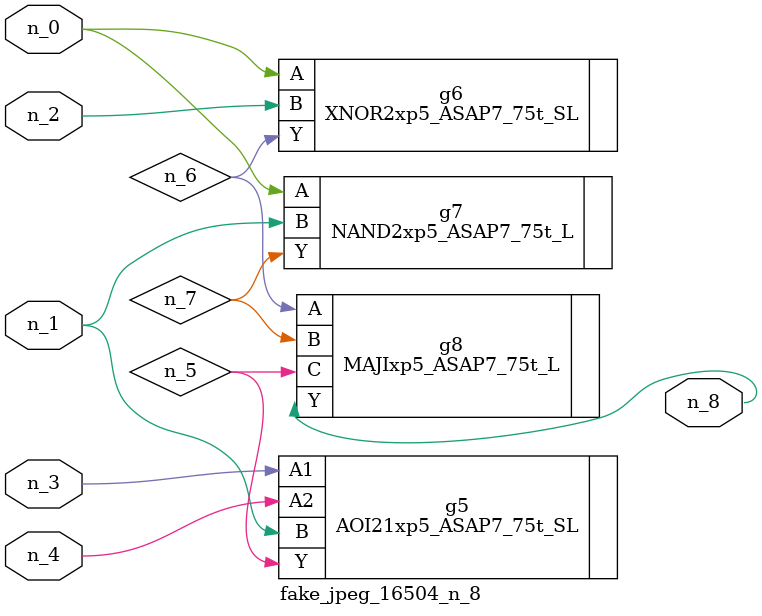
<source format=v>
module fake_jpeg_16504_n_8 (n_3, n_2, n_1, n_0, n_4, n_8);

input n_3;
input n_2;
input n_1;
input n_0;
input n_4;

output n_8;

wire n_6;
wire n_5;
wire n_7;

AOI21xp5_ASAP7_75t_SL g5 ( 
.A1(n_3),
.A2(n_4),
.B(n_1),
.Y(n_5)
);

XNOR2xp5_ASAP7_75t_SL g6 ( 
.A(n_0),
.B(n_2),
.Y(n_6)
);

NAND2xp5_ASAP7_75t_L g7 ( 
.A(n_0),
.B(n_1),
.Y(n_7)
);

MAJIxp5_ASAP7_75t_L g8 ( 
.A(n_6),
.B(n_7),
.C(n_5),
.Y(n_8)
);


endmodule
</source>
